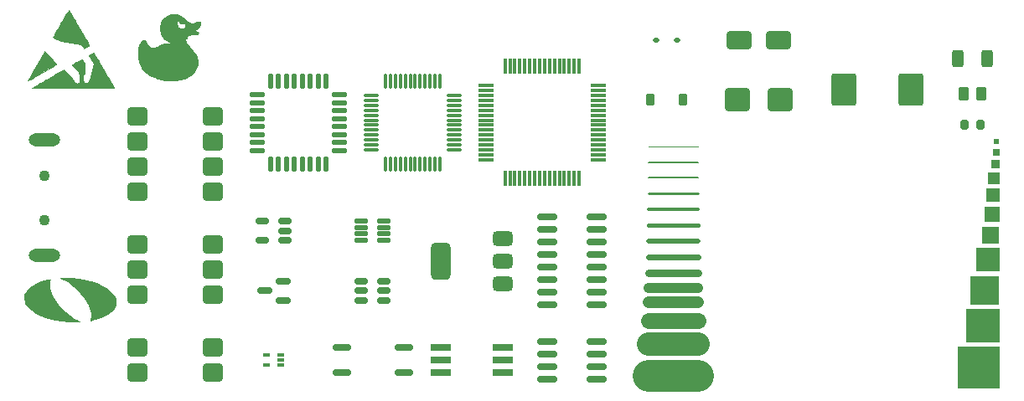
<source format=gbs>
%TF.GenerationSoftware,KiCad,Pcbnew,9.0.6*%
%TF.CreationDate,2025-11-26T14:41:24-05:00*%
%TF.ProjectId,smt_training,736d745f-7472-4616-996e-696e672e6b69,1.1*%
%TF.SameCoordinates,Original*%
%TF.FileFunction,Soldermask,Bot*%
%TF.FilePolarity,Negative*%
%FSLAX46Y46*%
G04 Gerber Fmt 4.6, Leading zero omitted, Abs format (unit mm)*
G04 Created by KiCad (PCBNEW 9.0.6) date 2025-11-26 14:41:24*
%MOMM*%
%LPD*%
G01*
G04 APERTURE LIST*
G04 Aperture macros list*
%AMRoundRect*
0 Rectangle with rounded corners*
0 $1 Rounding radius*
0 $2 $3 $4 $5 $6 $7 $8 $9 X,Y pos of 4 corners*
0 Add a 4 corners polygon primitive as box body*
4,1,4,$2,$3,$4,$5,$6,$7,$8,$9,$2,$3,0*
0 Add four circle primitives for the rounded corners*
1,1,$1+$1,$2,$3*
1,1,$1+$1,$4,$5*
1,1,$1+$1,$6,$7*
1,1,$1+$1,$8,$9*
0 Add four rect primitives between the rounded corners*
20,1,$1+$1,$2,$3,$4,$5,0*
20,1,$1+$1,$4,$5,$6,$7,0*
20,1,$1+$1,$6,$7,$8,$9,0*
20,1,$1+$1,$8,$9,$2,$3,0*%
G04 Aperture macros list end*
%ADD10C,0.400000*%
%ADD11C,1.600000*%
%ADD12C,1.200000*%
%ADD13C,0.600000*%
%ADD14C,3.200000*%
%ADD15C,0.250000*%
%ADD16C,0.100000*%
%ADD17C,0.800000*%
%ADD18C,0.300000*%
%ADD19C,0.500000*%
%ADD20C,0.150000*%
%ADD21C,2.400000*%
%ADD22C,1.000000*%
%ADD23C,0.200000*%
%ADD24C,0.000000*%
%ADD25C,0.010000*%
%ADD26C,1.100000*%
%ADD27O,3.200000X1.300000*%
%ADD28R,2.400000X2.400000*%
%ADD29RoundRect,0.125000X0.537500X0.125000X-0.537500X0.125000X-0.537500X-0.125000X0.537500X-0.125000X0*%
%ADD30RoundRect,0.249999X0.750001X0.640001X-0.750001X0.640001X-0.750001X-0.640001X0.750001X-0.640001X0*%
%ADD31RoundRect,0.150000X0.825000X0.150000X-0.825000X0.150000X-0.825000X-0.150000X0.825000X-0.150000X0*%
%ADD32RoundRect,0.150000X0.512500X0.150000X-0.512500X0.150000X-0.512500X-0.150000X0.512500X-0.150000X0*%
%ADD33RoundRect,0.375000X0.625000X0.375000X-0.625000X0.375000X-0.625000X-0.375000X0.625000X-0.375000X0*%
%ADD34RoundRect,0.500000X0.500000X1.400000X-0.500000X1.400000X-0.500000X-1.400000X0.500000X-1.400000X0*%
%ADD35RoundRect,0.075000X0.700000X0.075000X-0.700000X0.075000X-0.700000X-0.075000X0.700000X-0.075000X0*%
%ADD36RoundRect,0.075000X0.075000X0.700000X-0.075000X0.700000X-0.075000X-0.700000X0.075000X-0.700000X0*%
%ADD37RoundRect,0.150000X0.750000X0.150000X-0.750000X0.150000X-0.750000X-0.150000X0.750000X-0.150000X0*%
%ADD38R,1.400000X1.400000*%
%ADD39RoundRect,0.200000X0.200000X0.275000X-0.200000X0.275000X-0.200000X-0.275000X0.200000X-0.275000X0*%
%ADD40R,0.900000X0.900000*%
%ADD41R,1.800000X1.800000*%
%ADD42RoundRect,0.250000X1.000000X0.650000X-1.000000X0.650000X-1.000000X-0.650000X1.000000X-0.650000X0*%
%ADD43RoundRect,0.125000X0.625000X0.125000X-0.625000X0.125000X-0.625000X-0.125000X0.625000X-0.125000X0*%
%ADD44RoundRect,0.125000X0.125000X0.625000X-0.125000X0.625000X-0.125000X-0.625000X0.125000X-0.625000X0*%
%ADD45RoundRect,0.225000X0.225000X0.375000X-0.225000X0.375000X-0.225000X-0.375000X0.225000X-0.375000X0*%
%ADD46RoundRect,0.250000X1.000000X0.900000X-1.000000X0.900000X-1.000000X-0.900000X1.000000X-0.900000X0*%
%ADD47R,1.200000X1.200000*%
%ADD48R,4.200000X4.200000*%
%ADD49RoundRect,0.087500X0.250000X0.087500X-0.250000X0.087500X-0.250000X-0.087500X0.250000X-0.087500X0*%
%ADD50R,1.600000X1.600000*%
%ADD51RoundRect,0.112500X0.187500X0.112500X-0.187500X0.112500X-0.187500X-0.112500X0.187500X-0.112500X0*%
%ADD52R,0.700000X0.700000*%
%ADD53RoundRect,0.075000X0.662500X0.075000X-0.662500X0.075000X-0.662500X-0.075000X0.662500X-0.075000X0*%
%ADD54RoundRect,0.075000X0.075000X0.662500X-0.075000X0.662500X-0.075000X-0.662500X0.075000X-0.662500X0*%
%ADD55RoundRect,0.250000X0.312500X0.625000X-0.312500X0.625000X-0.312500X-0.625000X0.312500X-0.625000X0*%
%ADD56RoundRect,0.250000X0.262500X0.450000X-0.262500X0.450000X-0.262500X-0.450000X0.262500X-0.450000X0*%
%ADD57RoundRect,0.150000X0.587500X0.150000X-0.587500X0.150000X-0.587500X-0.150000X0.587500X-0.150000X0*%
%ADD58R,0.600000X0.600000*%
%ADD59RoundRect,0.250000X1.000000X-1.400000X1.000000X1.400000X-1.000000X1.400000X-1.000000X-1.400000X0*%
%ADD60R,3.400000X3.400000*%
%ADD61R,3.000000X3.000000*%
%ADD62R,2.000000X0.640000*%
G04 APERTURE END LIST*
D10*
X88140000Y-60483000D02*
X83140000Y-60483000D01*
D11*
X88140000Y-70083000D02*
X83140000Y-70083000D01*
D12*
X88140000Y-68283000D02*
X83140000Y-68283000D01*
D13*
X88140000Y-63683000D02*
X83140000Y-63683000D01*
D14*
X88140000Y-75683000D02*
X83140000Y-75683000D01*
D15*
X88140000Y-57283000D02*
X83140000Y-57283000D01*
D16*
X88140000Y-52483000D02*
X83140000Y-52483000D01*
D17*
X88140000Y-65283000D02*
X83140000Y-65283000D01*
D18*
X88140000Y-58883000D02*
X83140000Y-58883000D01*
D19*
X88140000Y-62083000D02*
X83140000Y-62083000D01*
D20*
X88140000Y-54083000D02*
X83140000Y-54083000D01*
D21*
X88140000Y-72483000D02*
X83140000Y-72483000D01*
D22*
X88140000Y-66783000D02*
X83140000Y-66783000D01*
D23*
X88140000Y-55683000D02*
X83140000Y-55683000D01*
D24*
%TO.C,G\u002A\u002A\u002A*%
G36*
X22762427Y-65970630D02*
G01*
X22742405Y-66043271D01*
X22727510Y-66098269D01*
X22695407Y-66274588D01*
X22670445Y-66482989D01*
X22686068Y-66788240D01*
X22792035Y-67174643D01*
X22979566Y-67594151D01*
X23236410Y-68031157D01*
X23550312Y-68470054D01*
X23909020Y-68895236D01*
X24300281Y-69291096D01*
X24711842Y-69642027D01*
X25131450Y-69932422D01*
X25546851Y-70146676D01*
X25590461Y-70165659D01*
X25716319Y-70231444D01*
X25766924Y-70276998D01*
X25730341Y-70294132D01*
X25591685Y-70304893D01*
X25369431Y-70304875D01*
X25084645Y-70295422D01*
X24758388Y-70277879D01*
X24411723Y-70253590D01*
X24065714Y-70223900D01*
X23741424Y-70190152D01*
X23459915Y-70153692D01*
X23242251Y-70115863D01*
X22978257Y-70053953D01*
X22499857Y-69917214D01*
X22030426Y-69755332D01*
X21607372Y-69581690D01*
X21268101Y-69409668D01*
X21090460Y-69293819D01*
X20818044Y-69079306D01*
X20559077Y-68838068D01*
X20344271Y-68599461D01*
X20204341Y-68392845D01*
X20155421Y-68275985D01*
X20094055Y-67953843D01*
X20111031Y-67615334D01*
X20206252Y-67314887D01*
X20215813Y-67296519D01*
X20455160Y-66968013D01*
X20805086Y-66668300D01*
X21256767Y-66402622D01*
X21801376Y-66176217D01*
X22430091Y-65994327D01*
X22487001Y-65980897D01*
X22659181Y-65943276D01*
X22742838Y-65938576D01*
X22762427Y-65970630D01*
G37*
G36*
X24396543Y-65791090D02*
G01*
X24715230Y-65805518D01*
X25054506Y-65828103D01*
X25392848Y-65857793D01*
X25708730Y-65893537D01*
X25980626Y-65934285D01*
X26122456Y-65961965D01*
X26464483Y-66041689D01*
X26833569Y-66140851D01*
X27171251Y-66244234D01*
X27451027Y-66343481D01*
X28052974Y-66609432D01*
X28546136Y-66905620D01*
X28930094Y-67225178D01*
X29204427Y-67561240D01*
X29368716Y-67906940D01*
X29422541Y-68255411D01*
X29365481Y-68599787D01*
X29197116Y-68933201D01*
X28917027Y-69248787D01*
X28524794Y-69539677D01*
X28019996Y-69799007D01*
X27402213Y-70019909D01*
X27214755Y-70074818D01*
X26984746Y-70137699D01*
X26843550Y-70164994D01*
X26773815Y-70157221D01*
X26758187Y-70114901D01*
X26779313Y-70038552D01*
X26787201Y-70015118D01*
X26828444Y-69759123D01*
X26822459Y-69445138D01*
X26772998Y-69120529D01*
X26683811Y-68832663D01*
X26584840Y-68622512D01*
X26350016Y-68211794D01*
X26060782Y-67782649D01*
X25743036Y-67372338D01*
X25422674Y-67018121D01*
X25399504Y-66995080D01*
X25110307Y-66731042D01*
X24790707Y-66474484D01*
X24469200Y-66245791D01*
X24174286Y-66065350D01*
X23934462Y-65953547D01*
X23927993Y-65951252D01*
X23803489Y-65888190D01*
X23752020Y-65825481D01*
X23779272Y-65807248D01*
X23907039Y-65790903D01*
X24119971Y-65785868D01*
X24396543Y-65791090D01*
G37*
D25*
%TO.C,REF\u002A\u002A*%
X22208597Y-42956835D02*
X22227700Y-42975240D01*
X22283401Y-43031370D01*
X22357074Y-43107787D01*
X22445138Y-43200592D01*
X22544012Y-43305888D01*
X22650118Y-43419777D01*
X22759875Y-43538362D01*
X22869702Y-43657744D01*
X22976020Y-43774025D01*
X23075248Y-43883309D01*
X23163807Y-43981696D01*
X23238115Y-44065290D01*
X23294593Y-44130192D01*
X23329661Y-44172505D01*
X23339738Y-44188330D01*
X23336280Y-44190078D01*
X23303208Y-44208534D01*
X23237796Y-44245743D01*
X23142799Y-44300120D01*
X23020973Y-44370078D01*
X22875072Y-44454031D01*
X22707852Y-44550393D01*
X22522068Y-44657577D01*
X22320476Y-44773997D01*
X22105830Y-44898067D01*
X21880887Y-45028202D01*
X21796809Y-45076857D01*
X21575820Y-45204689D01*
X21366410Y-45325747D01*
X21171302Y-45438460D01*
X20993219Y-45541259D01*
X20834886Y-45632574D01*
X20699025Y-45710833D01*
X20588360Y-45774468D01*
X20505614Y-45821907D01*
X20453512Y-45851582D01*
X20434776Y-45861920D01*
X20435618Y-45856414D01*
X20450993Y-45824771D01*
X20479269Y-45774219D01*
X20496615Y-45744297D01*
X20533504Y-45680488D01*
X20587786Y-45586509D01*
X20657698Y-45465417D01*
X20741477Y-45320265D01*
X20837362Y-45154107D01*
X20943588Y-44969999D01*
X21058392Y-44770995D01*
X21180013Y-44560149D01*
X21306687Y-44340517D01*
X21430722Y-44125516D01*
X21551310Y-43916630D01*
X21664701Y-43720349D01*
X21769191Y-43539614D01*
X21863079Y-43377367D01*
X21944660Y-43236549D01*
X22012231Y-43120102D01*
X22064089Y-43030969D01*
X22098531Y-42972090D01*
X22113854Y-42946408D01*
X22145292Y-42897372D01*
X22208597Y-42956835D01*
G36*
X22208597Y-42956835D02*
G01*
X22227700Y-42975240D01*
X22283401Y-43031370D01*
X22357074Y-43107787D01*
X22445138Y-43200592D01*
X22544012Y-43305888D01*
X22650118Y-43419777D01*
X22759875Y-43538362D01*
X22869702Y-43657744D01*
X22976020Y-43774025D01*
X23075248Y-43883309D01*
X23163807Y-43981696D01*
X23238115Y-44065290D01*
X23294593Y-44130192D01*
X23329661Y-44172505D01*
X23339738Y-44188330D01*
X23336280Y-44190078D01*
X23303208Y-44208534D01*
X23237796Y-44245743D01*
X23142799Y-44300120D01*
X23020973Y-44370078D01*
X22875072Y-44454031D01*
X22707852Y-44550393D01*
X22522068Y-44657577D01*
X22320476Y-44773997D01*
X22105830Y-44898067D01*
X21880887Y-45028202D01*
X21796809Y-45076857D01*
X21575820Y-45204689D01*
X21366410Y-45325747D01*
X21171302Y-45438460D01*
X20993219Y-45541259D01*
X20834886Y-45632574D01*
X20699025Y-45710833D01*
X20588360Y-45774468D01*
X20505614Y-45821907D01*
X20453512Y-45851582D01*
X20434776Y-45861920D01*
X20435618Y-45856414D01*
X20450993Y-45824771D01*
X20479269Y-45774219D01*
X20496615Y-45744297D01*
X20533504Y-45680488D01*
X20587786Y-45586509D01*
X20657698Y-45465417D01*
X20741477Y-45320265D01*
X20837362Y-45154107D01*
X20943588Y-44969999D01*
X21058392Y-44770995D01*
X21180013Y-44560149D01*
X21306687Y-44340517D01*
X21430722Y-44125516D01*
X21551310Y-43916630D01*
X21664701Y-43720349D01*
X21769191Y-43539614D01*
X21863079Y-43377367D01*
X21944660Y-43236549D01*
X22012231Y-43120102D01*
X22064089Y-43030969D01*
X22098531Y-42972090D01*
X22113854Y-42946408D01*
X22145292Y-42897372D01*
X22208597Y-42956835D01*
G37*
X24582052Y-38689619D02*
X24597580Y-38712962D01*
X24631791Y-38769043D01*
X24682966Y-38854880D01*
X24749387Y-38967491D01*
X24829335Y-39103894D01*
X24921092Y-39261106D01*
X25022940Y-39436147D01*
X25133161Y-39626032D01*
X25250035Y-39827781D01*
X25371845Y-40038412D01*
X25496873Y-40254942D01*
X25623399Y-40474389D01*
X25749706Y-40693771D01*
X25874076Y-40910105D01*
X25994789Y-41120411D01*
X26110128Y-41321706D01*
X26218374Y-41511007D01*
X26317809Y-41685333D01*
X26406714Y-41841701D01*
X26483371Y-41977129D01*
X26546062Y-42088636D01*
X26593069Y-42173239D01*
X26622672Y-42227956D01*
X26633155Y-42249805D01*
X26633165Y-42249972D01*
X26616261Y-42272899D01*
X26567688Y-42311763D01*
X26492499Y-42362885D01*
X26395748Y-42422588D01*
X26330863Y-42460781D01*
X26237499Y-42513891D01*
X26172467Y-42547361D01*
X26131410Y-42563075D01*
X26109972Y-42562916D01*
X26103794Y-42548765D01*
X26103323Y-42546458D01*
X26085666Y-42518315D01*
X26047603Y-42470458D01*
X25996149Y-42411812D01*
X25972410Y-42386620D01*
X25898794Y-42318809D01*
X25817386Y-42260848D01*
X25723350Y-42211039D01*
X25611845Y-42167682D01*
X25478036Y-42129077D01*
X25317083Y-42093526D01*
X25124148Y-42059328D01*
X24894394Y-42024784D01*
X24629952Y-41985847D01*
X24374311Y-41944034D01*
X24150778Y-41902120D01*
X23954357Y-41858895D01*
X23780050Y-41813151D01*
X23622858Y-41763679D01*
X23477785Y-41709269D01*
X23339833Y-41648713D01*
X23238448Y-41598774D01*
X23141605Y-41546222D01*
X23065020Y-41499307D01*
X23014679Y-41461717D01*
X22996569Y-41437144D01*
X22997103Y-41435333D01*
X23011691Y-41406374D01*
X23044767Y-41345729D01*
X23094372Y-41256794D01*
X23158547Y-41142965D01*
X23235335Y-41007637D01*
X23322777Y-40854205D01*
X23418916Y-40686065D01*
X23521793Y-40506611D01*
X23629450Y-40319241D01*
X23739929Y-40127347D01*
X23851271Y-39934327D01*
X23961519Y-39743575D01*
X24068715Y-39558487D01*
X24170899Y-39382458D01*
X24266115Y-39218884D01*
X24352403Y-39071159D01*
X24427806Y-38942680D01*
X24490366Y-38836841D01*
X24538124Y-38757038D01*
X24569122Y-38706666D01*
X24581402Y-38689121D01*
X24582052Y-38689619D01*
G36*
X24582052Y-38689619D02*
G01*
X24597580Y-38712962D01*
X24631791Y-38769043D01*
X24682966Y-38854880D01*
X24749387Y-38967491D01*
X24829335Y-39103894D01*
X24921092Y-39261106D01*
X25022940Y-39436147D01*
X25133161Y-39626032D01*
X25250035Y-39827781D01*
X25371845Y-40038412D01*
X25496873Y-40254942D01*
X25623399Y-40474389D01*
X25749706Y-40693771D01*
X25874076Y-40910105D01*
X25994789Y-41120411D01*
X26110128Y-41321706D01*
X26218374Y-41511007D01*
X26317809Y-41685333D01*
X26406714Y-41841701D01*
X26483371Y-41977129D01*
X26546062Y-42088636D01*
X26593069Y-42173239D01*
X26622672Y-42227956D01*
X26633155Y-42249805D01*
X26633165Y-42249972D01*
X26616261Y-42272899D01*
X26567688Y-42311763D01*
X26492499Y-42362885D01*
X26395748Y-42422588D01*
X26330863Y-42460781D01*
X26237499Y-42513891D01*
X26172467Y-42547361D01*
X26131410Y-42563075D01*
X26109972Y-42562916D01*
X26103794Y-42548765D01*
X26103323Y-42546458D01*
X26085666Y-42518315D01*
X26047603Y-42470458D01*
X25996149Y-42411812D01*
X25972410Y-42386620D01*
X25898794Y-42318809D01*
X25817386Y-42260848D01*
X25723350Y-42211039D01*
X25611845Y-42167682D01*
X25478036Y-42129077D01*
X25317083Y-42093526D01*
X25124148Y-42059328D01*
X24894394Y-42024784D01*
X24629952Y-41985847D01*
X24374311Y-41944034D01*
X24150778Y-41902120D01*
X23954357Y-41858895D01*
X23780050Y-41813151D01*
X23622858Y-41763679D01*
X23477785Y-41709269D01*
X23339833Y-41648713D01*
X23238448Y-41598774D01*
X23141605Y-41546222D01*
X23065020Y-41499307D01*
X23014679Y-41461717D01*
X22996569Y-41437144D01*
X22997103Y-41435333D01*
X23011691Y-41406374D01*
X23044767Y-41345729D01*
X23094372Y-41256794D01*
X23158547Y-41142965D01*
X23235335Y-41007637D01*
X23322777Y-40854205D01*
X23418916Y-40686065D01*
X23521793Y-40506611D01*
X23629450Y-40319241D01*
X23739929Y-40127347D01*
X23851271Y-39934327D01*
X23961519Y-39743575D01*
X24068715Y-39558487D01*
X24170899Y-39382458D01*
X24266115Y-39218884D01*
X24352403Y-39071159D01*
X24427806Y-38942680D01*
X24490366Y-38836841D01*
X24538124Y-38757038D01*
X24569122Y-38706666D01*
X24581402Y-38689121D01*
X24582052Y-38689619D01*
G37*
X27092528Y-43029109D02*
X27100275Y-43040669D01*
X27127963Y-43086073D01*
X27173493Y-43162625D01*
X27235122Y-43267338D01*
X27311108Y-43397223D01*
X27399706Y-43549292D01*
X27499175Y-43720559D01*
X27607772Y-43908035D01*
X27723753Y-44108732D01*
X27845376Y-44319663D01*
X27878731Y-44377573D01*
X28010621Y-44606546D01*
X28143395Y-44837033D01*
X28274340Y-45064328D01*
X28400745Y-45283723D01*
X28519897Y-45490512D01*
X28629084Y-45679986D01*
X28725594Y-45847440D01*
X28806714Y-45988165D01*
X28869732Y-46097454D01*
X29167414Y-46613587D01*
X24993420Y-46613587D01*
X24820863Y-46613572D01*
X24409623Y-46613414D01*
X24010976Y-46613090D01*
X23626865Y-46612609D01*
X23259231Y-46611979D01*
X22910013Y-46611208D01*
X22581153Y-46610304D01*
X22274592Y-46609276D01*
X21992271Y-46608132D01*
X21736130Y-46606880D01*
X21508111Y-46605529D01*
X21310154Y-46604087D01*
X21144201Y-46602563D01*
X21012191Y-46600964D01*
X20916067Y-46599299D01*
X20857769Y-46597576D01*
X20839237Y-46595804D01*
X20852996Y-46586837D01*
X20900468Y-46558264D01*
X20978443Y-46512265D01*
X21083749Y-46450665D01*
X21213215Y-46375288D01*
X21363670Y-46287960D01*
X21531942Y-46190504D01*
X21714860Y-46084746D01*
X21909253Y-45972511D01*
X22111948Y-45855623D01*
X22319775Y-45735907D01*
X22529561Y-45615187D01*
X22738137Y-45495289D01*
X22942330Y-45378037D01*
X23138968Y-45265256D01*
X23324881Y-45158770D01*
X23496897Y-45060405D01*
X23651844Y-44971985D01*
X23786552Y-44895335D01*
X23897848Y-44832280D01*
X23982562Y-44784644D01*
X24037521Y-44754252D01*
X24059555Y-44742929D01*
X24073934Y-44745735D01*
X24117247Y-44771263D01*
X24179001Y-44818557D01*
X24252409Y-44882698D01*
X24318527Y-44946908D01*
X24402741Y-45034375D01*
X24496966Y-45136490D01*
X24596373Y-45247630D01*
X24696132Y-45362175D01*
X24791412Y-45474500D01*
X24877384Y-45578985D01*
X24949217Y-45670006D01*
X25002081Y-45741941D01*
X25031147Y-45789168D01*
X25050550Y-45823659D01*
X25103248Y-45895037D01*
X25170995Y-45970974D01*
X25244133Y-46041730D01*
X25313001Y-46097566D01*
X25367942Y-46128744D01*
X25428620Y-46135950D01*
X25509589Y-46116032D01*
X25586544Y-46070362D01*
X25646265Y-46004824D01*
X25656606Y-45987821D01*
X25669773Y-45959974D01*
X25678354Y-45926461D01*
X25682901Y-45880083D01*
X25683964Y-45813638D01*
X25682092Y-45719927D01*
X25677837Y-45591748D01*
X25674788Y-45517603D01*
X25668309Y-45400346D01*
X25660662Y-45297721D01*
X25652560Y-45218750D01*
X25644716Y-45172454D01*
X25625726Y-45119568D01*
X25569427Y-45015421D01*
X25481944Y-44892019D01*
X25362210Y-44747914D01*
X25209156Y-44581656D01*
X25142738Y-44511607D01*
X25065943Y-44428975D01*
X25002560Y-44358916D01*
X24957803Y-44307214D01*
X24936885Y-44279652D01*
X24934735Y-44275275D01*
X24932156Y-44256434D01*
X24945039Y-44235544D01*
X24978661Y-44208104D01*
X25038298Y-44169611D01*
X25129227Y-44115565D01*
X25206527Y-44070444D01*
X25348774Y-43987907D01*
X25460772Y-43923796D01*
X25546282Y-43876029D01*
X25609066Y-43842524D01*
X25652886Y-43821200D01*
X25681503Y-43809976D01*
X25711116Y-43797523D01*
X25728424Y-43780799D01*
X25730043Y-43776854D01*
X25755367Y-43754915D01*
X25801650Y-43726658D01*
X25874876Y-43687223D01*
X25928944Y-43737556D01*
X25948041Y-43757948D01*
X25992472Y-43813365D01*
X26046723Y-43887356D01*
X26103054Y-43969606D01*
X26223097Y-44151322D01*
X26218386Y-44622416D01*
X26213675Y-45093509D01*
X26145079Y-45160157D01*
X26122028Y-45183918D01*
X26048110Y-45290666D01*
X26004961Y-45417605D01*
X25990259Y-45570894D01*
X25993910Y-45653027D01*
X26019678Y-45797905D01*
X26066644Y-45930136D01*
X26130736Y-46036236D01*
X26175242Y-46074923D01*
X26254352Y-46104307D01*
X26343908Y-46107697D01*
X26432446Y-46086656D01*
X26508502Y-46042750D01*
X26560613Y-45977545D01*
X26562318Y-45974011D01*
X26593817Y-45909457D01*
X26627177Y-45841994D01*
X26655497Y-45778663D01*
X26696122Y-45671920D01*
X26740943Y-45540318D01*
X26788403Y-45389724D01*
X26836943Y-45226001D01*
X26885006Y-45055014D01*
X26931035Y-44882626D01*
X26973472Y-44714703D01*
X27010760Y-44557109D01*
X27041340Y-44415708D01*
X27063657Y-44296365D01*
X27076152Y-44204943D01*
X27077267Y-44147307D01*
X27074754Y-44134214D01*
X27050263Y-44067932D01*
X27004817Y-43979257D01*
X26942406Y-43876207D01*
X26918452Y-43839071D01*
X26822203Y-43687644D01*
X26740389Y-43555217D01*
X26674812Y-43444889D01*
X26627277Y-43359755D01*
X26599591Y-43302914D01*
X26593555Y-43277462D01*
X26594254Y-43276564D01*
X26619240Y-43258231D01*
X26672637Y-43224723D01*
X26747129Y-43180501D01*
X26835401Y-43130025D01*
X26842863Y-43125834D01*
X26938707Y-43073101D01*
X27005456Y-43039472D01*
X27049251Y-43022536D01*
X27076228Y-43019885D01*
X27092528Y-43029109D01*
G36*
X27092528Y-43029109D02*
G01*
X27100275Y-43040669D01*
X27127963Y-43086073D01*
X27173493Y-43162625D01*
X27235122Y-43267338D01*
X27311108Y-43397223D01*
X27399706Y-43549292D01*
X27499175Y-43720559D01*
X27607772Y-43908035D01*
X27723753Y-44108732D01*
X27845376Y-44319663D01*
X27878731Y-44377573D01*
X28010621Y-44606546D01*
X28143395Y-44837033D01*
X28274340Y-45064328D01*
X28400745Y-45283723D01*
X28519897Y-45490512D01*
X28629084Y-45679986D01*
X28725594Y-45847440D01*
X28806714Y-45988165D01*
X28869732Y-46097454D01*
X29167414Y-46613587D01*
X24993420Y-46613587D01*
X24820863Y-46613572D01*
X24409623Y-46613414D01*
X24010976Y-46613090D01*
X23626865Y-46612609D01*
X23259231Y-46611979D01*
X22910013Y-46611208D01*
X22581153Y-46610304D01*
X22274592Y-46609276D01*
X21992271Y-46608132D01*
X21736130Y-46606880D01*
X21508111Y-46605529D01*
X21310154Y-46604087D01*
X21144201Y-46602563D01*
X21012191Y-46600964D01*
X20916067Y-46599299D01*
X20857769Y-46597576D01*
X20839237Y-46595804D01*
X20852996Y-46586837D01*
X20900468Y-46558264D01*
X20978443Y-46512265D01*
X21083749Y-46450665D01*
X21213215Y-46375288D01*
X21363670Y-46287960D01*
X21531942Y-46190504D01*
X21714860Y-46084746D01*
X21909253Y-45972511D01*
X22111948Y-45855623D01*
X22319775Y-45735907D01*
X22529561Y-45615187D01*
X22738137Y-45495289D01*
X22942330Y-45378037D01*
X23138968Y-45265256D01*
X23324881Y-45158770D01*
X23496897Y-45060405D01*
X23651844Y-44971985D01*
X23786552Y-44895335D01*
X23897848Y-44832280D01*
X23982562Y-44784644D01*
X24037521Y-44754252D01*
X24059555Y-44742929D01*
X24073934Y-44745735D01*
X24117247Y-44771263D01*
X24179001Y-44818557D01*
X24252409Y-44882698D01*
X24318527Y-44946908D01*
X24402741Y-45034375D01*
X24496966Y-45136490D01*
X24596373Y-45247630D01*
X24696132Y-45362175D01*
X24791412Y-45474500D01*
X24877384Y-45578985D01*
X24949217Y-45670006D01*
X25002081Y-45741941D01*
X25031147Y-45789168D01*
X25050550Y-45823659D01*
X25103248Y-45895037D01*
X25170995Y-45970974D01*
X25244133Y-46041730D01*
X25313001Y-46097566D01*
X25367942Y-46128744D01*
X25428620Y-46135950D01*
X25509589Y-46116032D01*
X25586544Y-46070362D01*
X25646265Y-46004824D01*
X25656606Y-45987821D01*
X25669773Y-45959974D01*
X25678354Y-45926461D01*
X25682901Y-45880083D01*
X25683964Y-45813638D01*
X25682092Y-45719927D01*
X25677837Y-45591748D01*
X25674788Y-45517603D01*
X25668309Y-45400346D01*
X25660662Y-45297721D01*
X25652560Y-45218750D01*
X25644716Y-45172454D01*
X25625726Y-45119568D01*
X25569427Y-45015421D01*
X25481944Y-44892019D01*
X25362210Y-44747914D01*
X25209156Y-44581656D01*
X25142738Y-44511607D01*
X25065943Y-44428975D01*
X25002560Y-44358916D01*
X24957803Y-44307214D01*
X24936885Y-44279652D01*
X24934735Y-44275275D01*
X24932156Y-44256434D01*
X24945039Y-44235544D01*
X24978661Y-44208104D01*
X25038298Y-44169611D01*
X25129227Y-44115565D01*
X25206527Y-44070444D01*
X25348774Y-43987907D01*
X25460772Y-43923796D01*
X25546282Y-43876029D01*
X25609066Y-43842524D01*
X25652886Y-43821200D01*
X25681503Y-43809976D01*
X25711116Y-43797523D01*
X25728424Y-43780799D01*
X25730043Y-43776854D01*
X25755367Y-43754915D01*
X25801650Y-43726658D01*
X25874876Y-43687223D01*
X25928944Y-43737556D01*
X25948041Y-43757948D01*
X25992472Y-43813365D01*
X26046723Y-43887356D01*
X26103054Y-43969606D01*
X26223097Y-44151322D01*
X26218386Y-44622416D01*
X26213675Y-45093509D01*
X26145079Y-45160157D01*
X26122028Y-45183918D01*
X26048110Y-45290666D01*
X26004961Y-45417605D01*
X25990259Y-45570894D01*
X25993910Y-45653027D01*
X26019678Y-45797905D01*
X26066644Y-45930136D01*
X26130736Y-46036236D01*
X26175242Y-46074923D01*
X26254352Y-46104307D01*
X26343908Y-46107697D01*
X26432446Y-46086656D01*
X26508502Y-46042750D01*
X26560613Y-45977545D01*
X26562318Y-45974011D01*
X26593817Y-45909457D01*
X26627177Y-45841994D01*
X26655497Y-45778663D01*
X26696122Y-45671920D01*
X26740943Y-45540318D01*
X26788403Y-45389724D01*
X26836943Y-45226001D01*
X26885006Y-45055014D01*
X26931035Y-44882626D01*
X26973472Y-44714703D01*
X27010760Y-44557109D01*
X27041340Y-44415708D01*
X27063657Y-44296365D01*
X27076152Y-44204943D01*
X27077267Y-44147307D01*
X27074754Y-44134214D01*
X27050263Y-44067932D01*
X27004817Y-43979257D01*
X26942406Y-43876207D01*
X26918452Y-43839071D01*
X26822203Y-43687644D01*
X26740389Y-43555217D01*
X26674812Y-43444889D01*
X26627277Y-43359755D01*
X26599591Y-43302914D01*
X26593555Y-43277462D01*
X26594254Y-43276564D01*
X26619240Y-43258231D01*
X26672637Y-43224723D01*
X26747129Y-43180501D01*
X26835401Y-43130025D01*
X26842863Y-43125834D01*
X26938707Y-43073101D01*
X27005456Y-43039472D01*
X27049251Y-43022536D01*
X27076228Y-43019885D01*
X27092528Y-43029109D01*
G37*
D24*
%TO.C,G\u002A\u002A\u002A*%
G36*
X36581396Y-39821325D02*
G01*
X36610922Y-39843590D01*
X36649394Y-39867620D01*
X36700505Y-39895768D01*
X36767943Y-39930387D01*
X36802214Y-39947495D01*
X36890791Y-39989910D01*
X36964805Y-40021578D01*
X37027307Y-40043003D01*
X37081345Y-40054689D01*
X37129970Y-40057143D01*
X37176230Y-40050869D01*
X37223175Y-40036371D01*
X37273854Y-40014155D01*
X37305824Y-39998911D01*
X37394111Y-39958938D01*
X37480027Y-39922921D01*
X37559368Y-39892501D01*
X37627932Y-39869318D01*
X37681515Y-39855014D01*
X37690242Y-39853278D01*
X37773264Y-39846367D01*
X37847991Y-39859050D01*
X37916294Y-39891620D01*
X37918409Y-39893001D01*
X37951397Y-39919086D01*
X37971525Y-39948338D01*
X37981569Y-39986835D01*
X37984300Y-40040655D01*
X37984176Y-40051346D01*
X37971705Y-40152242D01*
X37952956Y-40213133D01*
X37939541Y-40256700D01*
X37888736Y-40361991D01*
X37820345Y-40465386D01*
X37802675Y-40487961D01*
X37767427Y-40528468D01*
X37726408Y-40569510D01*
X37676486Y-40613953D01*
X37614533Y-40664665D01*
X37537417Y-40724510D01*
X37508413Y-40746885D01*
X37474572Y-40774451D01*
X37455703Y-40792698D01*
X37449929Y-40803557D01*
X37455375Y-40808959D01*
X37531801Y-40836405D01*
X37604901Y-40869421D01*
X37665993Y-40904431D01*
X37711883Y-40939589D01*
X37739377Y-40973051D01*
X37747362Y-40991436D01*
X37752241Y-41037762D01*
X37737474Y-41084630D01*
X37704504Y-41130336D01*
X37654774Y-41173171D01*
X37589726Y-41211431D01*
X37510803Y-41243407D01*
X37510574Y-41243483D01*
X37485743Y-41250956D01*
X37460091Y-41256628D01*
X37430111Y-41260766D01*
X37392291Y-41263639D01*
X37343123Y-41265513D01*
X37279096Y-41266655D01*
X37196703Y-41267333D01*
X37118175Y-41267869D01*
X37056331Y-41268687D01*
X37009429Y-41270116D01*
X36973967Y-41272494D01*
X36946444Y-41276158D01*
X36923359Y-41281448D01*
X36901209Y-41288700D01*
X36876492Y-41298254D01*
X36834929Y-41312449D01*
X36789839Y-41323521D01*
X36754474Y-41327753D01*
X36751428Y-41327756D01*
X36725317Y-41329130D01*
X36707963Y-41336126D01*
X36692994Y-41353294D01*
X36674037Y-41385182D01*
X36632622Y-41451508D01*
X36556993Y-41550731D01*
X36470299Y-41643214D01*
X36398043Y-41712551D01*
X36462640Y-41847591D01*
X36476606Y-41876077D01*
X36527603Y-41970220D01*
X36588138Y-42067993D01*
X36659683Y-42171451D01*
X36743706Y-42282650D01*
X36841677Y-42403647D01*
X36955065Y-42536496D01*
X37061869Y-42661642D01*
X37198546Y-42831447D01*
X37317638Y-42992241D01*
X37419920Y-43145202D01*
X37506166Y-43291508D01*
X37577150Y-43432336D01*
X37633647Y-43568866D01*
X37643611Y-43596956D01*
X37681115Y-43731154D01*
X37701626Y-43866486D01*
X37705086Y-44005409D01*
X37691439Y-44150379D01*
X37660626Y-44303853D01*
X37612590Y-44468288D01*
X37551276Y-44628994D01*
X37464519Y-44802593D01*
X37360335Y-44963787D01*
X37238432Y-45112893D01*
X37098513Y-45250230D01*
X36940285Y-45376114D01*
X36763452Y-45490865D01*
X36567719Y-45594800D01*
X36495341Y-45628414D01*
X36319780Y-45700448D01*
X36137227Y-45761881D01*
X35944945Y-45813393D01*
X35740204Y-45855667D01*
X35520268Y-45889384D01*
X35282405Y-45915225D01*
X35277361Y-45915568D01*
X35247936Y-45916480D01*
X35200828Y-45917089D01*
X35139236Y-45917387D01*
X35066359Y-45917365D01*
X34985396Y-45917013D01*
X34899545Y-45916323D01*
X34869552Y-45915997D01*
X34741120Y-45913741D01*
X34628609Y-45909986D01*
X34527132Y-45904342D01*
X34431803Y-45896418D01*
X34337734Y-45885823D01*
X34240037Y-45872165D01*
X34133826Y-45855054D01*
X34006785Y-45831409D01*
X33754849Y-45771856D01*
X33507748Y-45696825D01*
X33267997Y-45607393D01*
X33038115Y-45504637D01*
X32820616Y-45389634D01*
X32618017Y-45263460D01*
X32432836Y-45127193D01*
X32378260Y-45081418D01*
X32303078Y-45013111D01*
X32226419Y-44938363D01*
X32152054Y-44861117D01*
X32083754Y-44785322D01*
X32025291Y-44714921D01*
X31980437Y-44653863D01*
X31930086Y-44573796D01*
X31848994Y-44419969D01*
X31779951Y-44252772D01*
X31722604Y-44071017D01*
X31676603Y-43873518D01*
X31641595Y-43659088D01*
X31617231Y-43426538D01*
X31614137Y-43379761D01*
X31610691Y-43297779D01*
X31608630Y-43204987D01*
X31607889Y-43105016D01*
X31608401Y-43001496D01*
X31610098Y-42898057D01*
X31612916Y-42798330D01*
X31616786Y-42705946D01*
X31621643Y-42624534D01*
X31627420Y-42557725D01*
X31634051Y-42509148D01*
X31641941Y-42468680D01*
X31676775Y-42328094D01*
X31720568Y-42198892D01*
X31772323Y-42083098D01*
X31831041Y-41982740D01*
X31895726Y-41899845D01*
X31965378Y-41836437D01*
X31972477Y-41831338D01*
X32038361Y-41794460D01*
X32110841Y-41769432D01*
X32184460Y-41757216D01*
X32253760Y-41758776D01*
X32313282Y-41775073D01*
X32319001Y-41777773D01*
X32353281Y-41799323D01*
X32384634Y-41830186D01*
X32415206Y-41873317D01*
X32447144Y-41931670D01*
X32482592Y-42008202D01*
X32499237Y-42045469D01*
X32526282Y-42101098D01*
X32553595Y-42148606D01*
X32584452Y-42192454D01*
X32622130Y-42237106D01*
X32669904Y-42287025D01*
X32731050Y-42346674D01*
X32756923Y-42371050D01*
X32816408Y-42423040D01*
X32868129Y-42461360D01*
X32915813Y-42488879D01*
X32924348Y-42493059D01*
X32957395Y-42508234D01*
X32985261Y-42517718D01*
X33014710Y-42522796D01*
X33052503Y-42524750D01*
X33105404Y-42524865D01*
X33133634Y-42524333D01*
X33196470Y-42520002D01*
X33258082Y-42510532D01*
X33321246Y-42494922D01*
X33388736Y-42472171D01*
X33463326Y-42441279D01*
X33547791Y-42401247D01*
X33644906Y-42351072D01*
X33757445Y-42289756D01*
X33824811Y-42252890D01*
X33916965Y-42204909D01*
X33997142Y-42167130D01*
X34069062Y-42138276D01*
X34136443Y-42117066D01*
X34203006Y-42102223D01*
X34272470Y-42092467D01*
X34348554Y-42086520D01*
X34362330Y-42085905D01*
X34420935Y-42085191D01*
X34493857Y-42086366D01*
X34575352Y-42089162D01*
X34659677Y-42093308D01*
X34741089Y-42098533D01*
X34813844Y-42104569D01*
X34872198Y-42111144D01*
X34884040Y-42112377D01*
X34891899Y-42110995D01*
X34887665Y-42104679D01*
X34869567Y-42092034D01*
X34835832Y-42071662D01*
X34784688Y-42042165D01*
X34757046Y-42026231D01*
X34614001Y-41938357D01*
X34478326Y-41844844D01*
X34340547Y-41739229D01*
X34263423Y-41674681D01*
X34175745Y-41591294D01*
X34101802Y-41506283D01*
X34037759Y-41414598D01*
X33979779Y-41311193D01*
X33924026Y-41191018D01*
X33906866Y-41149976D01*
X33849236Y-40988838D01*
X33810288Y-40833194D01*
X33789461Y-40679305D01*
X33786197Y-40523434D01*
X33799936Y-40361842D01*
X33807747Y-40309141D01*
X33846983Y-40130605D01*
X33862139Y-40086451D01*
X35584018Y-40086451D01*
X35603249Y-40190230D01*
X35641409Y-40293236D01*
X35659173Y-40326415D01*
X35702512Y-40388398D01*
X35755439Y-40447673D01*
X35812340Y-40498262D01*
X35867604Y-40534188D01*
X35878061Y-40539172D01*
X35939624Y-40559571D01*
X36007054Y-40570004D01*
X36072335Y-40569736D01*
X36127453Y-40558030D01*
X36147733Y-40549619D01*
X36214633Y-40507735D01*
X36269307Y-40450491D01*
X36311025Y-40380541D01*
X36339056Y-40300537D01*
X36352667Y-40213133D01*
X36351129Y-40120982D01*
X36333710Y-40026737D01*
X36299679Y-39933050D01*
X36283750Y-39900512D01*
X36265202Y-39866914D01*
X36250886Y-39845540D01*
X36232299Y-39823662D01*
X36240341Y-39845540D01*
X36244693Y-39864306D01*
X36249567Y-39898886D01*
X36253326Y-39939806D01*
X36252368Y-39997899D01*
X36235516Y-40063831D01*
X36201359Y-40116741D01*
X36150380Y-40155944D01*
X36083065Y-40180755D01*
X36060768Y-40185392D01*
X36033756Y-40189249D01*
X36021013Y-40188525D01*
X36020614Y-40187963D01*
X36021274Y-40173582D01*
X36028628Y-40148919D01*
X36033906Y-40123633D01*
X36025486Y-40094330D01*
X36000394Y-40076149D01*
X35961173Y-40071990D01*
X35947013Y-40073804D01*
X35922457Y-40084760D01*
X35904741Y-40110454D01*
X35887155Y-40145652D01*
X35842809Y-40107693D01*
X35826671Y-40092066D01*
X35795094Y-40053300D01*
X35770149Y-40012918D01*
X35748547Y-39952669D01*
X35740785Y-39887343D01*
X35746938Y-39823376D01*
X35750349Y-39812723D01*
X36223146Y-39812723D01*
X36228615Y-39818192D01*
X36234085Y-39812723D01*
X36228615Y-39807254D01*
X36223146Y-39812723D01*
X35750349Y-39812723D01*
X35765760Y-39764593D01*
X35796007Y-39714817D01*
X35836434Y-39677874D01*
X35885797Y-39657587D01*
X35914499Y-39649093D01*
X35924139Y-39640519D01*
X35913370Y-39635501D01*
X35882691Y-39637309D01*
X35840800Y-39646369D01*
X35763944Y-39678587D01*
X35698932Y-39728273D01*
X35646917Y-39794135D01*
X35609050Y-39874885D01*
X35586482Y-39969230D01*
X35584394Y-39985895D01*
X35584018Y-40086451D01*
X33862139Y-40086451D01*
X33903957Y-39964621D01*
X33978175Y-39811713D01*
X34069141Y-39672409D01*
X34176360Y-39547233D01*
X34299337Y-39436713D01*
X34437576Y-39341375D01*
X34590584Y-39261743D01*
X34757864Y-39198346D01*
X34938921Y-39151707D01*
X34946576Y-39150171D01*
X35051482Y-39132197D01*
X35156025Y-39119568D01*
X35255098Y-39112651D01*
X35343595Y-39111813D01*
X35416408Y-39117420D01*
X35572419Y-39147795D01*
X35748989Y-39202946D01*
X35922128Y-39279682D01*
X36091880Y-39378021D01*
X36109500Y-39389557D01*
X36170825Y-39431586D01*
X36227690Y-39474221D01*
X36283129Y-39520198D01*
X36340176Y-39572252D01*
X36401866Y-39633120D01*
X36471233Y-39705538D01*
X36551311Y-39792240D01*
X36557126Y-39798470D01*
X36572261Y-39812723D01*
X36581396Y-39821325D01*
G37*
%TD*%
D26*
%TO.C,J1*%
X22140000Y-59942500D03*
X22140000Y-55442500D03*
D27*
X22140000Y-63542500D03*
X22140000Y-51842500D03*
%TD*%
D28*
%TO.C,REF\u002A\u002A*%
X117440000Y-63943000D03*
%TD*%
D29*
%TO.C,SOT-23-8*%
X56427500Y-60035500D03*
X56427500Y-60685500D03*
X56427500Y-61335500D03*
X56427500Y-61985500D03*
X54152500Y-61985500D03*
X54152500Y-61335500D03*
X54152500Y-60685500D03*
X54152500Y-60035500D03*
%TD*%
D30*
%TO.C,SMDIP-4*%
X39100000Y-72860500D03*
X39100000Y-75400500D03*
X31480000Y-75400500D03*
X31480000Y-72860500D03*
%TD*%
D31*
%TO.C,SOIC-8*%
X77875000Y-72225500D03*
X77875000Y-73495500D03*
X77875000Y-74765500D03*
X77875000Y-76035500D03*
X72925000Y-76035500D03*
X72925000Y-74765500D03*
X72925000Y-73495500D03*
X72925000Y-72225500D03*
%TD*%
D32*
%TO.C,SOT-23-6*%
X56427500Y-66148000D03*
X56427500Y-67098000D03*
X56427500Y-68048000D03*
X54152500Y-68048000D03*
X54152500Y-67098000D03*
X54152500Y-66148000D03*
%TD*%
D33*
%TO.C,SOT-223*%
X68440000Y-61793000D03*
X68440000Y-64093000D03*
X68440000Y-66393000D03*
D34*
X62140000Y-64093000D03*
%TD*%
D35*
%TO.C,LQFP-64*%
X78075000Y-46343000D03*
X78075000Y-46843000D03*
X78075000Y-47343000D03*
X78075000Y-47843000D03*
X78075000Y-48343000D03*
X78075000Y-48843000D03*
X78075000Y-49343000D03*
X78075000Y-49843000D03*
X78075000Y-50343000D03*
X78075000Y-50843000D03*
X78075000Y-51343000D03*
X78075000Y-51843000D03*
X78075000Y-52343000D03*
X78075000Y-52843000D03*
X78075000Y-53343000D03*
X78075000Y-53843000D03*
D36*
X76150000Y-55768000D03*
X75650000Y-55768000D03*
X75150000Y-55768000D03*
X74650000Y-55768000D03*
X74150000Y-55768000D03*
X73650000Y-55768000D03*
X73150000Y-55768000D03*
X72650000Y-55768000D03*
X72150000Y-55768000D03*
X71650000Y-55768000D03*
X71150000Y-55768000D03*
X70650000Y-55768000D03*
X70150000Y-55768000D03*
X69650000Y-55768000D03*
X69150000Y-55768000D03*
X68650000Y-55768000D03*
D35*
X66725000Y-53843000D03*
X66725000Y-53343000D03*
X66725000Y-52843000D03*
X66725000Y-52343000D03*
X66725000Y-51843000D03*
X66725000Y-51343000D03*
X66725000Y-50843000D03*
X66725000Y-50343000D03*
X66725000Y-49843000D03*
X66725000Y-49343000D03*
X66725000Y-48843000D03*
X66725000Y-48343000D03*
X66725000Y-47843000D03*
X66725000Y-47343000D03*
X66725000Y-46843000D03*
X66725000Y-46343000D03*
D36*
X68650000Y-44418000D03*
X69150000Y-44418000D03*
X69650000Y-44418000D03*
X70150000Y-44418000D03*
X70650000Y-44418000D03*
X71150000Y-44418000D03*
X71650000Y-44418000D03*
X72150000Y-44418000D03*
X72650000Y-44418000D03*
X73150000Y-44418000D03*
X73650000Y-44418000D03*
X74150000Y-44418000D03*
X74650000Y-44418000D03*
X75150000Y-44418000D03*
X75650000Y-44418000D03*
X76150000Y-44418000D03*
%TD*%
D37*
%TO.C,SO-4*%
X58440000Y-72860500D03*
X58440000Y-75400500D03*
X52140000Y-75400500D03*
X52140000Y-72860500D03*
%TD*%
D38*
%TO.C,REF\u002A\u002A*%
X117940000Y-57443000D03*
%TD*%
D39*
%TO.C,0603*%
X116715000Y-50303000D03*
X115065000Y-50303000D03*
%TD*%
D40*
%TO.C,REF\u002A\u002A*%
X118190000Y-54293000D03*
%TD*%
D41*
%TO.C,REF\u002A\u002A*%
X117740000Y-61443000D03*
%TD*%
D42*
%TO.C,SMA*%
X96270000Y-41793000D03*
X92270000Y-41793000D03*
%TD*%
D43*
%TO.C,LQFP-32*%
X51955000Y-47293000D03*
X51955000Y-48093000D03*
X51955000Y-48893000D03*
X51955000Y-49693000D03*
X51955000Y-50493000D03*
X51955000Y-51293000D03*
X51955000Y-52093000D03*
X51955000Y-52893000D03*
D44*
X50580000Y-54268000D03*
X49780000Y-54268000D03*
X48980000Y-54268000D03*
X48180000Y-54268000D03*
X47380000Y-54268000D03*
X46580000Y-54268000D03*
X45780000Y-54268000D03*
X44980000Y-54268000D03*
D43*
X43605000Y-52893000D03*
X43605000Y-52093000D03*
X43605000Y-51293000D03*
X43605000Y-50493000D03*
X43605000Y-49693000D03*
X43605000Y-48893000D03*
X43605000Y-48093000D03*
X43605000Y-47293000D03*
D44*
X44980000Y-45918000D03*
X45780000Y-45918000D03*
X46580000Y-45918000D03*
X47380000Y-45918000D03*
X48180000Y-45918000D03*
X48980000Y-45918000D03*
X49780000Y-45918000D03*
X50580000Y-45918000D03*
%TD*%
D45*
%TO.C,SOD-123*%
X86620000Y-47793000D03*
X83320000Y-47793000D03*
%TD*%
D46*
%TO.C,SMB*%
X96420000Y-47793000D03*
X92120000Y-47793000D03*
%TD*%
D47*
%TO.C,REF\u002A\u002A*%
X118040000Y-55743000D03*
%TD*%
D31*
%TO.C,SOIC-16*%
X77875000Y-59648000D03*
X77875000Y-60918000D03*
X77875000Y-62188000D03*
X77875000Y-63458000D03*
X77875000Y-64728000D03*
X77875000Y-65998000D03*
X77875000Y-67268000D03*
X77875000Y-68538000D03*
X72925000Y-68538000D03*
X72925000Y-67268000D03*
X72925000Y-65998000D03*
X72925000Y-64728000D03*
X72925000Y-63458000D03*
X72925000Y-62188000D03*
X72925000Y-60918000D03*
X72925000Y-59648000D03*
%TD*%
D48*
%TO.C,REF\u002A\u002A*%
X116540000Y-74843000D03*
%TD*%
D49*
%TO.C,SOT-553*%
X46002500Y-73630500D03*
X46002500Y-74130500D03*
X46002500Y-74630500D03*
X44577500Y-74630500D03*
X44577500Y-73630500D03*
%TD*%
D50*
%TO.C,REF\u002A\u002A*%
X117840000Y-59343000D03*
%TD*%
D30*
%TO.C,SMDIP-6*%
X39100000Y-62440500D03*
X39100000Y-64980500D03*
X39100000Y-67520500D03*
X31480000Y-67520500D03*
X31480000Y-64980500D03*
X31480000Y-62440500D03*
%TD*%
D51*
%TO.C,SOD-323*%
X86020000Y-41793000D03*
X83920000Y-41793000D03*
%TD*%
D52*
%TO.C,REF\u002A\u002A*%
X118290000Y-53093000D03*
%TD*%
D53*
%TO.C,LQFP-48*%
X63492500Y-47343000D03*
X63492500Y-47843000D03*
X63492500Y-48343000D03*
X63492500Y-48843000D03*
X63492500Y-49343000D03*
X63492500Y-49843000D03*
X63492500Y-50343000D03*
X63492500Y-50843000D03*
X63492500Y-51343000D03*
X63492500Y-51843000D03*
X63492500Y-52343000D03*
X63492500Y-52843000D03*
D54*
X62080000Y-54255500D03*
X61580000Y-54255500D03*
X61080000Y-54255500D03*
X60580000Y-54255500D03*
X60080000Y-54255500D03*
X59580000Y-54255500D03*
X59080000Y-54255500D03*
X58580000Y-54255500D03*
X58080000Y-54255500D03*
X57580000Y-54255500D03*
X57080000Y-54255500D03*
X56580000Y-54255500D03*
D53*
X55167500Y-52843000D03*
X55167500Y-52343000D03*
X55167500Y-51843000D03*
X55167500Y-51343000D03*
X55167500Y-50843000D03*
X55167500Y-50343000D03*
X55167500Y-49843000D03*
X55167500Y-49343000D03*
X55167500Y-48843000D03*
X55167500Y-48343000D03*
X55167500Y-47843000D03*
X55167500Y-47343000D03*
D54*
X56580000Y-45930500D03*
X57080000Y-45930500D03*
X57580000Y-45930500D03*
X58080000Y-45930500D03*
X58580000Y-45930500D03*
X59080000Y-45930500D03*
X59580000Y-45930500D03*
X60080000Y-45930500D03*
X60580000Y-45930500D03*
X61080000Y-45930500D03*
X61580000Y-45930500D03*
X62080000Y-45930500D03*
%TD*%
D55*
%TO.C,1206*%
X117352500Y-43653000D03*
X114427500Y-43653000D03*
%TD*%
D56*
%TO.C,0805*%
X116802500Y-47178000D03*
X114977500Y-47178000D03*
%TD*%
D32*
%TO.C,SOT-23-5*%
X46427500Y-60073000D03*
X46427500Y-61023000D03*
X46427500Y-61973000D03*
X44152500Y-61973000D03*
X44152500Y-60073000D03*
%TD*%
D57*
%TO.C,SOT-23*%
X46227500Y-66148000D03*
X46227500Y-68048000D03*
X44352500Y-67098000D03*
%TD*%
D58*
%TO.C,REF\u002A\u002A*%
X118340000Y-52043000D03*
%TD*%
D59*
%TO.C,SMC*%
X109670000Y-46793000D03*
X102870000Y-46793000D03*
%TD*%
D60*
%TO.C,REF\u002A\u002A*%
X116940000Y-70643000D03*
%TD*%
D61*
%TO.C,REF\u002A\u002A*%
X117140000Y-67043000D03*
%TD*%
D30*
%TO.C,SMDIP-8*%
X39100000Y-49480500D03*
X39100000Y-52020500D03*
X39100000Y-54560500D03*
X39100000Y-57100500D03*
X31480000Y-57100500D03*
X31480000Y-54560500D03*
X31480000Y-52020500D03*
X31480000Y-49480500D03*
%TD*%
D62*
%TO.C,SO-6*%
X68440000Y-72860500D03*
X68440000Y-74130500D03*
X68440000Y-75400500D03*
X62140000Y-75400500D03*
X62140000Y-74130500D03*
X62140000Y-72860500D03*
%TD*%
M02*

</source>
